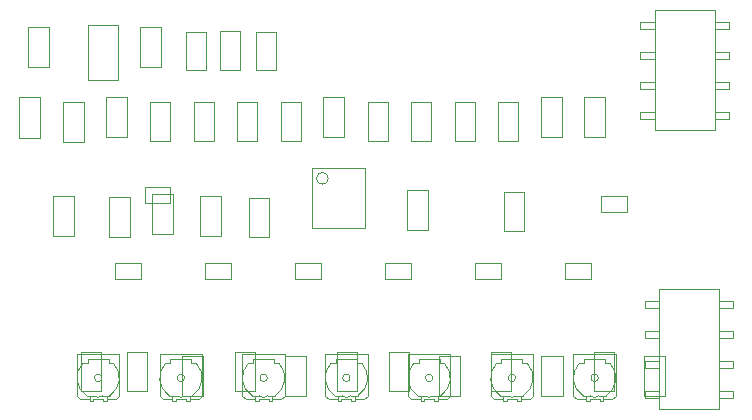
<source format=gbr>
%TF.GenerationSoftware,Altium Limited,Altium Designer,21.1.1 (26)*%
G04 Layer_Color=16711935*
%FSLAX26Y26*%
%MOIN*%
%TF.SameCoordinates,5075B572-C75D-40FD-B4B0-80468548393A*%
%TF.FilePolarity,Positive*%
%TF.FileFunction,Other,Mechanical_13*%
%TF.Part,Single*%
G01*
G75*
%TA.AperFunction,NonConductor*%
%ADD51C,0.003937*%
D51*
X2472445Y1075362D02*
G03*
X2485157Y1184213I-38279J59638D01*
G01*
X2446665Y1135000D02*
G03*
X2421665Y1135000I-12500J0D01*
G01*
D02*
G03*
X2446665Y1135000I12500J0D01*
G01*
X2420296Y1075362D02*
G03*
X2448035Y1075362I13870J13969D01*
G01*
X2383174Y1184213D02*
G03*
X2395886Y1075362I50991J-49213D01*
G01*
X1644945D02*
G03*
X1657657Y1184213I-38279J59638D01*
G01*
X1619166Y1135000D02*
G03*
X1594166Y1135000I-12500J0D01*
G01*
D02*
G03*
X1619166Y1135000I12500J0D01*
G01*
X1592796Y1075362D02*
G03*
X1620536Y1075362I13870J13969D01*
G01*
X1555674Y1184213D02*
G03*
X1568387Y1075362I50991J-49213D01*
G01*
X1279842Y1184213D02*
G03*
X1292554Y1075362I50991J-49213D01*
G01*
X1316964D02*
G03*
X1344704Y1075362I13870J13969D01*
G01*
X1318334Y1135000D02*
G03*
X1343334Y1135000I12500J0D01*
G01*
D02*
G03*
X1318334Y1135000I-12500J0D01*
G01*
X1369113Y1075362D02*
G03*
X1381825Y1184213I-38279J59638D01*
G01*
X1822248Y1799961D02*
G03*
X1822248Y1799961I-19685J0D01*
G01*
X2196615Y1075362D02*
G03*
X2209327Y1184213I-38279J59638D01*
G01*
X2170835Y1135000D02*
G03*
X2145835Y1135000I-12500J0D01*
G01*
D02*
G03*
X2170835Y1135000I12500J0D01*
G01*
X2144466Y1075362D02*
G03*
X2172205Y1075362I13870J13969D01*
G01*
X2107344Y1184213D02*
G03*
X2120056Y1075362I50991J-49213D01*
G01*
X1093279D02*
G03*
X1105991Y1184213I-38279J59638D01*
G01*
X1067500Y1135000D02*
G03*
X1042500Y1135000I-12500J0D01*
G01*
D02*
G03*
X1067500Y1135000I12500J0D01*
G01*
X1041130Y1075362D02*
G03*
X1068870Y1075362I13870J13969D01*
G01*
X1004008Y1184213D02*
G03*
X1016721Y1075362I50991J-49213D01*
G01*
X1920779D02*
G03*
X1933491Y1184213I-38279J59638D01*
G01*
X1895000Y1135000D02*
G03*
X1870000Y1135000I-12500J0D01*
G01*
D02*
G03*
X1895000Y1135000I12500J0D01*
G01*
X1868630Y1075362D02*
G03*
X1896370Y1075362I13870J13969D01*
G01*
X1831508Y1184213D02*
G03*
X1844220Y1075362I50991J-49213D01*
G01*
X2659008Y1184213D02*
G03*
X2671720Y1075362I50991J-49213D01*
G01*
X2696129D02*
G03*
X2723869Y1075362I13870J13969D01*
G01*
X2697499Y1135000D02*
G03*
X2722499Y1135000I12500J0D01*
G01*
D02*
G03*
X2697499Y1135000I-12500J0D01*
G01*
X2748278Y1075362D02*
G03*
X2760991Y1184213I-38279J59638D01*
G01*
X2505032Y1075944D02*
Y1213740D01*
X2363300D02*
X2505032D01*
X2448036Y1075362D02*
X2472446D01*
X2469410Y1184212D02*
X2485158D01*
X2450898Y1058228D02*
Y1064134D01*
Y1058228D02*
X2462906D01*
X2398922Y1184212D02*
Y1197992D01*
X2383174Y1184212D02*
X2398922D01*
X2493222Y1064134D02*
X2505032Y1075944D01*
X2417434Y1058228D02*
Y1064134D01*
X2462906Y1058228D02*
Y1075362D01*
X2405426Y1058228D02*
X2417434D01*
X2363300Y1075944D02*
Y1213740D01*
X2417630Y1064134D02*
X2450702D01*
X2395888Y1075362D02*
X2420296D01*
X2398922Y1197992D02*
X2469410D01*
Y1184212D02*
Y1197992D01*
X2405426Y1058228D02*
Y1075362D01*
X2363300Y1075944D02*
X2375112Y1064134D01*
X2404638D01*
X2463694D02*
X2493222D01*
X2397724Y1463426D02*
Y1516574D01*
X2311108Y1463426D02*
Y1516574D01*
X2397724D01*
X2311108Y1463426D02*
X2397724D01*
X1677532Y1075944D02*
Y1213740D01*
X1535800D02*
X1677532D01*
X1620536Y1075362D02*
X1644946D01*
X1641910Y1184212D02*
X1657658D01*
X1623398Y1058228D02*
Y1064134D01*
Y1058228D02*
X1635406D01*
X1571424Y1184212D02*
Y1197992D01*
X1555676Y1184212D02*
X1571424D01*
X1665722Y1064134D02*
X1677532Y1075944D01*
X1589934Y1058228D02*
Y1064134D01*
X1635406Y1058228D02*
Y1075362D01*
X1577926Y1058228D02*
X1589934D01*
X1535800Y1075944D02*
Y1213740D01*
X1590132Y1064134D02*
X1623202D01*
X1568388Y1075362D02*
X1592796D01*
X1571424Y1197992D02*
X1641910D01*
Y1184212D02*
Y1197992D01*
X1577926Y1058228D02*
Y1075362D01*
X1535800Y1075944D02*
X1547612Y1064134D01*
X1577138D01*
X1636194D02*
X1665722D01*
X1360360D02*
X1389888D01*
X1271778D02*
X1301306D01*
X1259966Y1075944D02*
X1271778Y1064134D01*
X1302092Y1058228D02*
Y1075362D01*
X1366076Y1184212D02*
Y1197992D01*
X1295590D02*
X1366076D01*
X1292554Y1075362D02*
X1316964D01*
X1314298Y1064134D02*
X1347368D01*
X1259966Y1075944D02*
Y1213740D01*
X1302092Y1058228D02*
X1314100D01*
X1359574D02*
Y1075362D01*
X1314100Y1058228D02*
Y1064134D01*
X1389888D02*
X1401700Y1075944D01*
X1279842Y1184212D02*
X1295590D01*
Y1197992D01*
X1347566Y1058228D02*
X1359574D01*
X1347566D02*
Y1064134D01*
X1366076Y1184212D02*
X1381824D01*
X1344702Y1075362D02*
X1369112D01*
X1259968Y1213740D02*
X1401700D01*
Y1075944D02*
Y1213740D01*
X2877362Y1092598D02*
X2925000D01*
X2877362Y1067402D02*
Y1092598D01*
Y1067402D02*
X2925000D01*
X3125000Y1092598D02*
X3172638D01*
Y1067402D02*
Y1092598D01*
X3125000Y1067402D02*
X3172638D01*
X3125000Y1167402D02*
X3172638D01*
Y1192598D01*
X3125000D02*
X3172638D01*
X2877362Y1167402D02*
X2925000D01*
X2877362D02*
Y1192598D01*
X2925000D01*
X2877362Y1292598D02*
X2925000D01*
X2877362Y1267402D02*
Y1292598D01*
Y1267402D02*
X2925000D01*
X2877362Y1392598D02*
X2925000D01*
X2877362Y1367402D02*
Y1392598D01*
Y1367402D02*
X2925000D01*
X3125000Y1292598D02*
X3172638D01*
Y1267402D02*
Y1292598D01*
X3125000Y1267402D02*
X3172638D01*
X3125000Y1367402D02*
X3172638D01*
Y1392598D01*
X3125000D02*
X3172638D01*
X2925000Y1430000D02*
X3125000D01*
X2925000Y1030000D02*
Y1430000D01*
Y1030000D02*
X3125000D01*
Y1430000D01*
X3110000Y1960238D02*
Y2360238D01*
X2910000Y1960238D02*
X3110000D01*
X2910000D02*
Y2360238D01*
X3110000D01*
Y2322836D02*
X3157638D01*
Y2297640D02*
Y2322836D01*
X3110000Y2297640D02*
X3157638D01*
X3110000Y2197640D02*
X3157638D01*
Y2222836D01*
X3110000D02*
X3157638D01*
X2862362Y2297640D02*
X2910000D01*
X2862362D02*
Y2322836D01*
X2910000D01*
X2862362Y2197640D02*
X2910000D01*
X2862362D02*
Y2222836D01*
X2910000D01*
X2862362Y2122836D02*
X2910000D01*
X2862362Y2097640D02*
Y2122836D01*
Y2097640D02*
X2910000D01*
X3110000Y2122836D02*
X3157638D01*
Y2097640D02*
Y2122836D01*
X3110000Y2097640D02*
X3157638D01*
X3110000Y1997640D02*
X3157638D01*
Y2022836D01*
X3110000D02*
X3157638D01*
X2862362Y1997640D02*
X2910000D01*
X2862362D02*
Y2022836D01*
X2910000D01*
X1394568Y1608072D02*
X1465434D01*
X1394568Y1741930D02*
X1465434D01*
Y1608072D02*
Y1741930D01*
X1394568Y1608072D02*
Y1741930D01*
X1228504Y2054962D02*
X1295432D01*
X1228504Y1925042D02*
X1295432D01*
X1228504D02*
Y2054962D01*
X1295432Y1925042D02*
Y2054962D01*
X904568Y1608070D02*
Y1741930D01*
X975434Y1608070D02*
Y1741930D01*
X904568D02*
X975434D01*
X904568Y1608070D02*
X975434D01*
X2406536Y1625040D02*
X2473464D01*
X2406536Y1754960D02*
X2473464D01*
Y1625040D02*
Y1754960D01*
X2406536Y1625040D02*
Y1754960D01*
X1804568Y1936850D02*
Y2070710D01*
X1875434Y1936850D02*
Y2070710D01*
X1804568D02*
X1875434D01*
X1804568Y1936850D02*
X1875434D01*
X2084568Y1626888D02*
Y1760748D01*
X2155434Y1626888D02*
Y1760748D01*
X2084568D02*
X2155434D01*
X2084568Y1626888D02*
X2155434D01*
X1019882Y2310434D02*
X1122244D01*
X1019882Y2129330D02*
X1122244D01*
X1019882D02*
Y2310434D01*
X1122244Y2129330D02*
Y2310434D01*
X1346536Y2160764D02*
X1413464D01*
X1346536Y2286748D02*
X1413464D01*
X1346536Y2160764D02*
Y2286748D01*
X1413464Y2160764D02*
Y2286748D01*
X1581536Y2160764D02*
X1648464D01*
X1581536Y2286748D02*
X1648464D01*
X1581536Y2160764D02*
Y2286748D01*
X1648464Y2160764D02*
Y2286748D01*
X1767130Y1634606D02*
X1944294D01*
X1767130Y1835394D02*
X1944294D01*
Y1634606D02*
Y1835394D01*
X1767130Y1634606D02*
Y1835394D01*
X2529568Y1936850D02*
Y2070710D01*
X2600434Y1936850D02*
Y2070710D01*
X2529568D02*
X2600434D01*
X2529568Y1936850D02*
X2600434D01*
X1079566D02*
X1150434D01*
X1079566Y2070710D02*
X1150434D01*
Y1936850D02*
Y2070710D01*
X1079566Y1936850D02*
Y2070710D01*
X1211426Y1772558D02*
X1296070D01*
X1211426Y1717440D02*
X1296070D01*
Y1772558D01*
X1211426Y1717440D02*
Y1772558D01*
X2097870Y1463426D02*
Y1516574D01*
X2011254Y1463426D02*
Y1516574D01*
X2097870D01*
X2011254Y1463426D02*
X2097870D01*
X1711400D02*
X1798016D01*
X1711400Y1516574D02*
X1798016D01*
X1711400Y1463426D02*
Y1516574D01*
X1798016Y1463426D02*
Y1516574D01*
X1498162Y1463426D02*
Y1516574D01*
X1411546Y1463426D02*
Y1516574D01*
X1498162D01*
X1411546Y1463426D02*
X1498162D01*
X1198308D02*
Y1516574D01*
X1111692Y1463426D02*
Y1516574D01*
X1198308D01*
X1111692Y1463426D02*
X1198308D01*
X2610960D02*
X2697576D01*
X2610960Y1516574D02*
X2697576D01*
X2610960Y1463426D02*
Y1516574D01*
X2697576Y1463426D02*
Y1516574D01*
X2731692Y1689276D02*
X2818308D01*
X2731692Y1742424D02*
X2818308D01*
X2731692Y1689276D02*
Y1742424D01*
X2818308Y1689276D02*
Y1742424D01*
X2388504Y1925042D02*
Y2054962D01*
X2455432Y1925042D02*
Y2054962D01*
X2388504D02*
X2455432D01*
X2388504Y1925042D02*
X2455432D01*
X1518504D02*
X1585432D01*
X1518504Y2054964D02*
X1585432D01*
Y1925042D02*
Y2054964D01*
X1518504Y1925042D02*
Y2054964D01*
X1663504Y1925042D02*
X1730432D01*
X1663504Y2054962D02*
X1730432D01*
Y1925042D02*
Y2054962D01*
X1663504Y1925042D02*
Y2054962D01*
X2098504Y1925042D02*
X2165432D01*
X2098504Y2054964D02*
X2165432D01*
Y1925042D02*
Y2054964D01*
X2098504Y1925042D02*
Y2054964D01*
X1194566Y2170866D02*
X1265434D01*
X1194566Y2304726D02*
X1265434D01*
Y2170866D02*
Y2304726D01*
X1194566Y2170866D02*
Y2304726D01*
X890432Y2171852D02*
Y2305710D01*
X819566Y2171852D02*
Y2305710D01*
Y2171852D02*
X890432D01*
X819566Y2305710D02*
X890432D01*
X789566Y2069728D02*
X860432D01*
X789566Y1935868D02*
X860432D01*
X789566D02*
Y2069728D01*
X860432Y1935868D02*
Y2069728D01*
X1528464Y2160040D02*
Y2289960D01*
X1461536Y2160040D02*
Y2289960D01*
Y2160040D02*
X1528464D01*
X1461536Y2289960D02*
X1528464D01*
X2874566Y1208154D02*
X2945432D01*
X2874566Y1074294D02*
X2945432D01*
X2874566D02*
Y1208154D01*
X2945432Y1074294D02*
Y1208154D01*
X2190216Y1074294D02*
Y1208152D01*
X2261082Y1074294D02*
Y1208152D01*
X2190216D02*
X2261082D01*
X2190216Y1074294D02*
X2261082D01*
X2532390Y1208154D02*
X2603256D01*
X2532390Y1074294D02*
X2603256D01*
X2532390D02*
Y1208154D01*
X2603256Y1074294D02*
Y1208154D01*
X2674566Y2070710D02*
X2745432D01*
X2674566Y1936850D02*
X2745432D01*
X2674566D02*
Y2070710D01*
X2745432Y1936850D02*
Y2070710D01*
X1440432Y1925042D02*
Y2054962D01*
X1373504Y1925042D02*
Y2054962D01*
Y1925042D02*
X1440432D01*
X1373504Y2054962D02*
X1440432D01*
X1623464Y1605042D02*
Y1734962D01*
X1556536Y1605042D02*
Y1734962D01*
Y1605042D02*
X1623464D01*
X1556536Y1734962D02*
X1623464D01*
X938506Y1921102D02*
Y2054962D01*
X1009372Y1921102D02*
Y2054962D01*
X938506D02*
X1009372D01*
X938506Y1921102D02*
X1009372D01*
X1851976Y1090042D02*
Y1219962D01*
X1918904Y1090042D02*
Y1219962D01*
X1851976D02*
X1918904D01*
X1851976Y1090042D02*
X1918904D01*
X996536D02*
Y1219962D01*
X1063464Y1090042D02*
Y1219962D01*
X996536D02*
X1063464D01*
X996536Y1090042D02*
X1063464D01*
X2310432Y1925042D02*
Y2054962D01*
X2243504Y1925042D02*
Y2054962D01*
Y1925042D02*
X2310432D01*
X2243504Y2054962D02*
X2310432D01*
X1509800Y1090042D02*
Y1219962D01*
X1576728Y1090042D02*
Y1219962D01*
X1509800D02*
X1576728D01*
X1509800Y1090042D02*
X1576728D01*
X2365240D02*
Y1219962D01*
X2432168Y1090042D02*
Y1219962D01*
X2365240D02*
X2432168D01*
X2365240Y1090042D02*
X2432168D01*
X1953504Y1925042D02*
Y2054962D01*
X2020432Y1925042D02*
Y2054962D01*
X1953504D02*
X2020432D01*
X1953504Y1925042D02*
X2020432D01*
X1234566Y1613072D02*
Y1746930D01*
X1305432Y1613072D02*
Y1746930D01*
X1234566D02*
X1305432D01*
X1234566Y1613072D02*
X1305432D01*
X1089568Y1603070D02*
Y1736930D01*
X1160434Y1603070D02*
Y1736930D01*
X1089568D02*
X1160434D01*
X1089568Y1603070D02*
X1160434D01*
X1676948Y1074294D02*
Y1208154D01*
X1747816Y1074294D02*
Y1208154D01*
X1676948D02*
X1747816D01*
X1676948Y1074294D02*
X1747816D01*
X2774344Y1090042D02*
Y1219962D01*
X2707416Y1090042D02*
Y1219962D01*
Y1090042D02*
X2774344D01*
X2707416Y1219962D02*
X2774344D01*
X1334774Y1074294D02*
Y1208154D01*
X1405640Y1074294D02*
Y1208154D01*
X1334774D02*
X1405640D01*
X1334774Y1074294D02*
X1405640D01*
X2023064Y1090042D02*
X2089992D01*
X2023064Y1219964D02*
X2089992D01*
Y1090042D02*
Y1219964D01*
X2023064Y1090042D02*
Y1219964D01*
X1151536Y1219960D02*
X1218464D01*
X1151536Y1090040D02*
X1218464D01*
X1151536D02*
Y1219960D01*
X1218464Y1090040D02*
Y1219960D01*
X2229202Y1075944D02*
Y1213740D01*
X2087468D02*
X2229202D01*
X2172204Y1075362D02*
X2196614D01*
X2193578Y1184212D02*
X2209326D01*
X2175068Y1058228D02*
Y1064134D01*
Y1058228D02*
X2187076D01*
X2123092Y1184212D02*
Y1197992D01*
X2107344Y1184212D02*
X2123092D01*
X2217390Y1064134D02*
X2229202Y1075944D01*
X2141602Y1058228D02*
Y1064134D01*
X2187076Y1058228D02*
Y1075362D01*
X2129594Y1058228D02*
X2141602D01*
X2087468Y1075944D02*
Y1213740D01*
X2141800Y1064134D02*
X2174870D01*
X2120056Y1075362D02*
X2144466D01*
X2123092Y1197992D02*
X2193578D01*
Y1184212D02*
Y1197992D01*
X2129594Y1058228D02*
Y1075362D01*
X2087468Y1075944D02*
X2099280Y1064134D01*
X2128808D01*
X2187862D02*
X2217390D01*
X1125866Y1075944D02*
Y1213740D01*
X984134D02*
X1125866D01*
X1068870Y1075362D02*
X1093278D01*
X1090244Y1184212D02*
X1105992D01*
X1071732Y1058228D02*
Y1064134D01*
Y1058228D02*
X1083740D01*
X1019756Y1184212D02*
Y1197992D01*
X1004008Y1184212D02*
X1019756D01*
X1114054Y1064134D02*
X1125866Y1075944D01*
X1038268Y1058228D02*
Y1064134D01*
X1083740Y1058228D02*
Y1075362D01*
X1026260Y1058228D02*
X1038268D01*
X984134Y1075944D02*
Y1213740D01*
X1038464Y1064134D02*
X1071536D01*
X1016720Y1075362D02*
X1041130D01*
X1019756Y1197992D02*
X1090244D01*
Y1184212D02*
Y1197992D01*
X1026260Y1058228D02*
Y1075362D01*
X984134Y1075944D02*
X995944Y1064134D01*
X1025472D01*
X1084528D02*
X1114054D01*
X1953366Y1075944D02*
Y1213740D01*
X1811634D02*
X1953366D01*
X1896370Y1075362D02*
X1920780D01*
X1917744Y1184212D02*
X1933492D01*
X1899232Y1058228D02*
Y1064134D01*
Y1058228D02*
X1911240D01*
X1847256Y1184212D02*
Y1197992D01*
X1831508Y1184212D02*
X1847256D01*
X1941556Y1064134D02*
X1953366Y1075944D01*
X1865768Y1058228D02*
Y1064134D01*
X1911240Y1058228D02*
Y1075362D01*
X1853760Y1058228D02*
X1865768D01*
X1811634Y1075944D02*
Y1213740D01*
X1865964Y1064134D02*
X1899036D01*
X1844220Y1075362D02*
X1868630D01*
X1847256Y1197992D02*
X1917744D01*
Y1184212D02*
Y1197992D01*
X1853760Y1058228D02*
Y1075362D01*
X1811634Y1075944D02*
X1823444Y1064134D01*
X1852972D01*
X1912028D02*
X1941556D01*
X2739528D02*
X2769054D01*
X2650944D02*
X2680472D01*
X2639134Y1075944D02*
X2650944Y1064134D01*
X2681260Y1058228D02*
Y1075362D01*
X2745242Y1184212D02*
Y1197992D01*
X2674756D02*
X2745242D01*
X2671720Y1075362D02*
X2696130D01*
X2693464Y1064134D02*
X2726534D01*
X2639134Y1075944D02*
Y1213740D01*
X2681260Y1058228D02*
X2693268D01*
X2738740D02*
Y1075362D01*
X2693268Y1058228D02*
Y1064134D01*
X2769054D02*
X2780866Y1075944D01*
X2659008Y1184212D02*
X2674756D01*
Y1197992D01*
X2726732Y1058228D02*
X2738740D01*
X2726732D02*
Y1064134D01*
X2745242Y1184212D02*
X2760990D01*
X2723870Y1075362D02*
X2748278D01*
X2639134Y1213740D02*
X2780866D01*
Y1075944D02*
Y1213740D01*
%TF.MD5,310f3769a0269f71e6d60c0ade24840a*%
M02*

</source>
